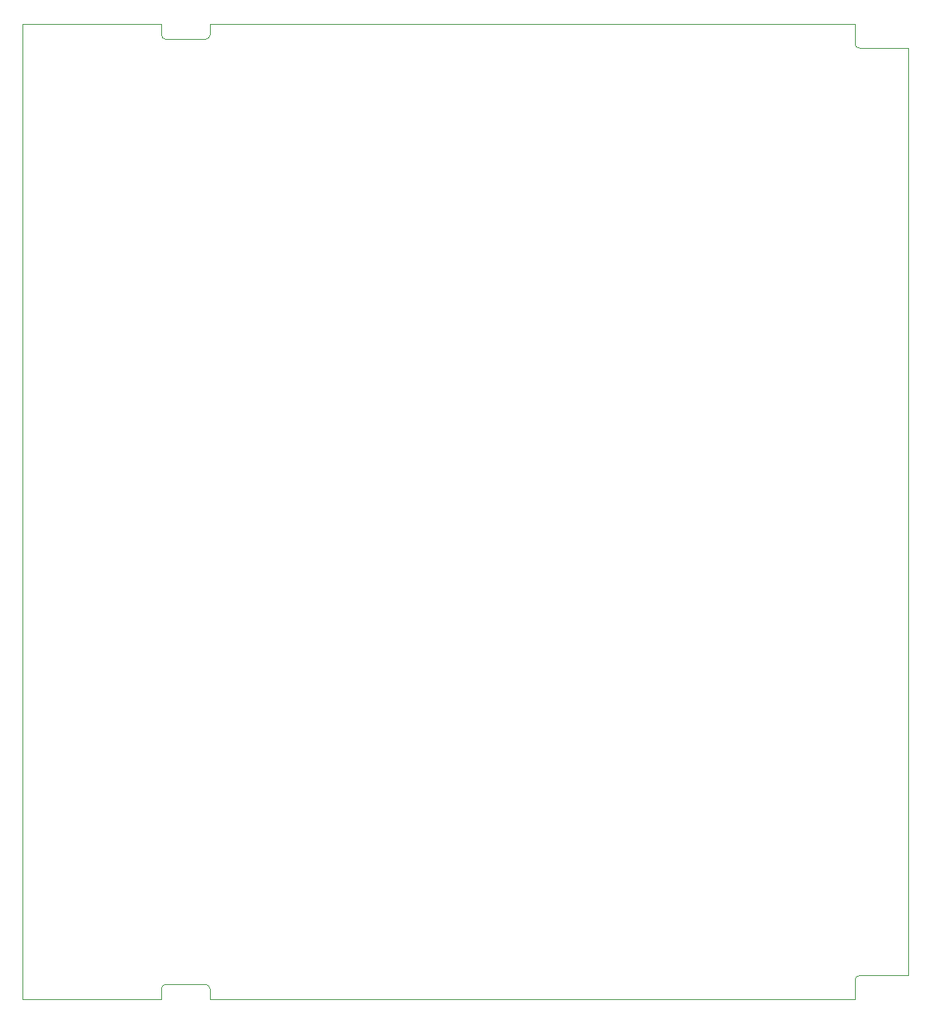
<source format=gbr>
G04*
G04 #@! TF.GenerationSoftware,Altium Limited,Altium Designer,24.2.2 (26)*
G04*
G04 Layer_Color=0*
%FSLAX44Y44*%
%MOMM*%
G71*
G04*
G04 #@! TF.SameCoordinates,D1F85D35-12B9-47B7-842E-F7ABDB1EEA32*
G04*
G04*
G04 #@! TF.FilePolarity,Positive*
G04*
G01*
G75*
%ADD131C,0.0254*%
D131*
X0Y0D02*
X157000D01*
Y12000D01*
D02*
G02*
X162000Y17000I5000J0D01*
G01*
X207000D01*
D02*
G02*
X212000Y12000I0J-5000D01*
G01*
Y0D01*
X940000D01*
Y22000D01*
D02*
G02*
X945000Y27000I5000J0D01*
G01*
X1000000Y27000D01*
Y1073000D01*
X945000D01*
D02*
G02*
X940000Y1078000I0J5000D01*
G01*
Y1100000D01*
X212000D01*
Y1088000D01*
D02*
G02*
X207000Y1083000I-5000J0D01*
G01*
X162000D01*
D02*
G02*
X157000Y1088000I0J5000D01*
G01*
Y1100000D01*
X0D01*
Y0D01*
M02*

</source>
